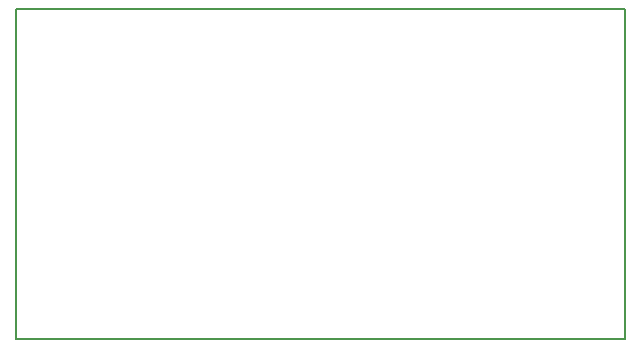
<source format=gm1>
G04 #@! TF.FileFunction,Profile,NP*
%FSLAX46Y46*%
G04 Gerber Fmt 4.6, Leading zero omitted, Abs format (unit mm)*
G04 Created by KiCad (PCBNEW 4.0.6) date 07/31/17 21:00:10*
%MOMM*%
%LPD*%
G01*
G04 APERTURE LIST*
%ADD10C,0.100000*%
%ADD11C,0.150000*%
G04 APERTURE END LIST*
D10*
D11*
X171196000Y-88138000D02*
X171196000Y-88900000D01*
X171196000Y-87630000D02*
X171196000Y-88138000D01*
X119634000Y-87630000D02*
X171196000Y-87630000D01*
X119634000Y-115570000D02*
X119634000Y-87630000D01*
X171196000Y-115570000D02*
X119634000Y-115570000D01*
X171196000Y-87884000D02*
X171196000Y-115570000D01*
M02*

</source>
